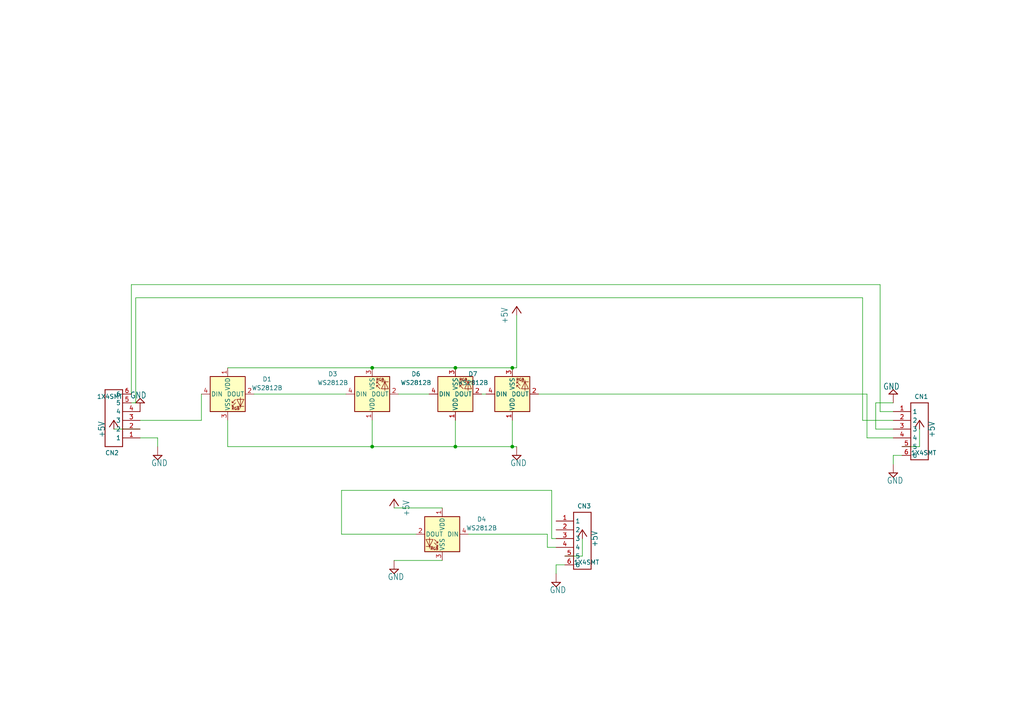
<source format=kicad_sch>
(kicad_sch (version 20211123) (generator eeschema)
  (paper "A4")
  (lib_symbols
    (symbol "1X4SMT_1"
      (property "Reference" "CN" (at 5.08 7.62 0))
      (property "Value" "1X4SMT_1" (at 0 -10.16 0))
      (symbol "1X4SMT_1_1_0"
        (polyline (pts (xy 0 -11.43) (xy 0 5.08)) (stroke (width 0.254)))
        (polyline (pts (xy 0 5.08) (xy 5.08 5.08)) (stroke (width 0.254)))
        (polyline (pts (xy 5.08 -11.43) (xy 0 -11.43)) (stroke (width 0.254)))
        (polyline (pts (xy 5.08 5.08) (xy 5.08 -11.43)) (stroke (width 0.254)))
        (pin bidirectional line (at -5.08 2.54 0) (length 5.08) (name "1") (number "1"))
        (pin bidirectional line (at -5.08 0 0) (length 5.08) (name "2") (number "2"))
        (pin bidirectional line (at -5.08 -2.54 0) (length 5.08) (name "3") (number "3"))
        (pin bidirectional line (at -5.08 -5.08 0) (length 5.08) (name "4") (number "4"))
      )
      (symbol "1X4SMT_1_1_1"
        (pin bidirectional line (at -2.54 -7.62 0) (length 2.54) (name "5") (number "5"))
        (pin bidirectional line (at -2.54 -10.16 0) (length 2.54) (name "6") (number "6"))
      )
    )
    (symbol "Adafruit NeoPixel 8 Stick-eagle-import:+5V" (power)
      (property "Value" "+5V" (at -2.54 -5.08 90))
      (symbol "+5V_1_0"
        (polyline (pts (xy 0 0) (xy -1.27 -1.905)) (stroke (width 0.254)))
        (polyline (pts (xy 1.27 -1.905) (xy 0 0)) (stroke (width 0.254)))
        (pin power_in line (at 0 -2.54 90) (length 2.54) (name "+5V") (number "1"))
      )
    )
    (symbol "Adafruit NeoPixel 8 Stick-eagle-import:1X4SMT"
      (property "Reference" "CN" (at 5.08 7.62 0))
      (property "Value" "1X4SMT" (at 0 -10.16 0))
      (symbol "1X4SMT_1_0"
        (polyline (pts (xy 0 -11.43) (xy 0 5.08)) (stroke (width 0.254)))
        (polyline (pts (xy 0 5.08) (xy 5.08 5.08)) (stroke (width 0.254)))
        (polyline (pts (xy 5.08 -11.43) (xy 0 -11.43)) (stroke (width 0.254)))
        (polyline (pts (xy 5.08 5.08) (xy 5.08 -11.43)) (stroke (width 0.254)))
        (pin bidirectional line (at -5.08 2.54 0) (length 5.08) (name "1") (number "1"))
        (pin bidirectional line (at -5.08 0 0) (length 5.08) (name "2") (number "2"))
        (pin bidirectional line (at -5.08 -2.54 0) (length 5.08) (name "3") (number "3"))
        (pin bidirectional line (at -5.08 -5.08 0) (length 5.08) (name "4") (number "4"))
      )
      (symbol "1X4SMT_1_1"
        (pin bidirectional line (at -2.54 -7.62 0) (length 2.54) (name "5") (number "5"))
        (pin bidirectional line (at -2.54 -10.16 0) (length 2.54) (name "6") (number "6"))
      )
    )
    (symbol "Adafruit NeoPixel 8 Stick-eagle-import:GND" (power)
      (property "Value" "GND" (at -1.905 -3.175 0))
      (symbol "GND_1_0"
        (polyline (pts (xy -1.27 0) (xy 1.27 0)) (stroke (width 0.254)))
        (polyline (pts (xy 0 -1.27) (xy -1.27 0)) (stroke (width 0.254)))
        (polyline (pts (xy 1.27 0) (xy 0 -1.27)) (stroke (width 0.254)))
        (pin power_in line (at 0 2.54 270) (length 2.54) (name "GND") (number "1"))
      )
    )
    (symbol "LED:WS2812B" (pin_names (offset 0.254))
      (property "Reference" "D" (at 5.08 5.715 0))
      (property "Value" "WS2812B" (at 1.27 -5.715 0))
      (symbol "WS2812B_0_0"
        (text "RGB" (at 2.286 -4.191 0) (effects (font (size 0.762 0.762))))
      )
      (symbol "WS2812B_0_1"
        (polyline (pts (xy 1.27 -3.556) (xy 1.778 -3.556)))
        (polyline (pts (xy 1.27 -2.54) (xy 1.778 -2.54)))
        (polyline (pts (xy 4.699 -3.556) (xy 2.667 -3.556)))
        (polyline (pts (xy 2.286 -2.54) (xy 1.27 -3.556) (xy 1.27 -3.048)))
        (polyline (pts (xy 2.286 -1.524) (xy 1.27 -2.54) (xy 1.27 -2.032)))
        (polyline (pts (xy 3.683 -1.016) (xy 3.683 -3.556) (xy 3.683 -4.064)))
        (polyline (pts (xy 4.699 -1.524) (xy 2.667 -1.524) (xy 3.683 -3.556) (xy 4.699 -1.524)))
        (rectangle (start 5.08 5.08) (end -5.08 -5.08) (stroke (width 0.254)) (fill (type background)))
      )
      (symbol "WS2812B_1_1"
        (pin power_in line (at 0 7.62 270) (length 2.54) (name "VDD") (number "1"))
        (pin output line (at 7.62 0 180) (length 2.54) (name "DOUT") (number "2"))
        (pin power_in line (at 0 -7.62 90) (length 2.54) (name "VSS") (number "3"))
        (pin input line (at -7.62 0 0) (length 2.54) (name "DIN") (number "4"))
      )
    )
  )
  (junction (at 148.59 106.68))
  (junction (at 107.95 129.54))
  (junction (at 148.59 129.54))
  (junction (at 132.08 106.68))
  (junction (at 132.08 129.54))
  (junction (at 107.95 106.68))
  (wire (pts (xy 163.83 161.29) (xy 168.91 161.29)))
  (wire (pts (xy 40.64 127) (xy 45.72 127)))
  (wire (pts (xy 45.72 127) (xy 45.72 129.54)))
  (wire (pts (xy 259.08 132.08) (xy 259.08 134.62)))
  (wire (pts (xy 132.08 121.92) (xy 132.08 129.54)))
  (wire (pts (xy 139.7 114.3) (xy 140.97 114.3)))
  (wire (pts (xy 128.27 147.32) (xy 114.3 147.32)))
  (wire (pts (xy 38.1 116.84) (xy 39.37 116.84)))
  (wire (pts (xy 40.64 121.92) (xy 58.42 121.92)))
  (wire (pts (xy 107.95 106.68) (xy 132.08 106.68)))
  (wire (pts (xy 254 116.84) (xy 259.08 116.84)))
  (wire (pts (xy 254 124.46) (xy 254 116.84)))
  (wire (pts (xy 73.66 114.3) (xy 100.33 114.3)))
  (wire (pts (xy 148.59 106.68) (xy 149.86 106.68)))
  (wire (pts (xy 251.46 114.3) (xy 251.46 127)))
  (wire (pts (xy 255.27 82.55) (xy 255.27 119.38)))
  (wire (pts (xy 66.04 106.68) (xy 107.95 106.68)))
  (wire (pts (xy 99.06 154.94) (xy 99.06 142.24)))
  (wire (pts (xy 160.02 156.21) (xy 161.29 156.21)))
  (wire (pts (xy 250.19 86.36) (xy 250.19 121.92)))
  (wire (pts (xy 132.08 106.68) (xy 148.59 106.68)))
  (wire (pts (xy 148.59 129.54) (xy 149.86 129.54)))
  (wire (pts (xy 161.29 163.83) (xy 161.29 166.37)))
  (wire (pts (xy 66.04 121.92) (xy 66.04 129.54)))
  (wire (pts (xy 114.3 162.56) (xy 128.27 162.56)))
  (wire (pts (xy 107.95 129.54) (xy 132.08 129.54)))
  (wire (pts (xy 38.1 82.55) (xy 255.27 82.55)))
  (wire (pts (xy 168.91 161.29) (xy 168.91 156.21)))
  (wire (pts (xy 163.83 163.83) (xy 161.29 163.83)))
  (wire (pts (xy 58.42 121.92) (xy 58.42 114.3)))
  (wire (pts (xy 158.75 158.75) (xy 161.29 158.75)))
  (wire (pts (xy 160.02 142.24) (xy 160.02 156.21)))
  (wire (pts (xy 99.06 154.94) (xy 120.65 154.94)))
  (wire (pts (xy 107.95 121.92) (xy 107.95 129.54)))
  (wire (pts (xy 39.37 86.36) (xy 250.19 86.36)))
  (wire (pts (xy 66.04 129.54) (xy 107.95 129.54)))
  (wire (pts (xy 250.19 121.92) (xy 259.08 121.92)))
  (wire (pts (xy 33.02 124.46) (xy 40.64 124.46)))
  (wire (pts (xy 251.46 127) (xy 259.08 127)))
  (wire (pts (xy 148.59 121.92) (xy 148.59 129.54)))
  (wire (pts (xy 156.21 114.3) (xy 251.46 114.3)))
  (wire (pts (xy 255.27 119.38) (xy 259.08 119.38)))
  (wire (pts (xy 135.89 154.94) (xy 158.75 154.94)))
  (wire (pts (xy 259.08 124.46) (xy 254 124.46)))
  (wire (pts (xy 158.75 154.94) (xy 158.75 158.75)))
  (wire (pts (xy 39.37 116.84) (xy 39.37 86.36)))
  (wire (pts (xy 261.62 132.08) (xy 259.08 132.08)))
  (wire (pts (xy 261.62 129.54) (xy 266.7 129.54)))
  (wire (pts (xy 99.06 142.24) (xy 160.02 142.24)))
  (wire (pts (xy 38.1 114.3) (xy 38.1 82.55)))
  (wire (pts (xy 149.86 91.44) (xy 149.86 106.68)))
  (wire (pts (xy 266.7 129.54) (xy 266.7 124.46)))
  (wire (pts (xy 132.08 129.54) (xy 148.59 129.54)))
  (wire (pts (xy 115.57 114.3) (xy 124.46 114.3)))
  (symbol (lib_id "LED:WS2812B") (at 128.27 154.94 0) (mirror y) (unit 1)
    (property "Reference" "D4" (at 139.7 150.6093 0))
    (property "Value" "WS2812B" (at 139.7 153.1493 0))
    (property "Footprint" "LED_SMD:LED_WS2812B_PLCC4_5.0x5.0mm_P3.2mm" (effects hide))
    (property "Datasheet" "https://cdn-shop.adafruit.com/datasheets/WS2812B.pdf" (effects hide))
  )
  (symbol (lib_name "1X4SMT_1") (lib_id "Adafruit NeoPixel 8 Stick-eagle-import:1X4SMT") (at 166.37 153.67 0) (unit 1)
    (property "Reference" "CN3" (at 171.45 146.05 0) (effects (justify right top)))
    (property "Value" "1X4SMT" (at 166.37 163.83 0) (effects (justify left bottom)))
    (property "Footprint" "Adafruit NeoPixel 8 Stick:1X4-SMT" (effects hide))
  )
  (symbol (lib_id "Adafruit NeoPixel 8 Stick-eagle-import:GND") (at 40.64 116.84 180) (unit 1)
    (property "Reference" "#SUPPLY02" (effects hide))
    (property "Value" "GND" (at 42.545 113.665 0) (effects (font (size 1.778 1.5113)) (justify left bottom)))
    (property "Footprint" "Adafruit NeoPixel 8 Stick:" (effects hide))
  )
  (symbol (lib_id "Adafruit NeoPixel 8 Stick-eagle-import:+5V") (at 33.02 121.92 0) (unit 1)
    (property "Reference" "#P+011" (effects hide))
    (property "Value" "+5V" (at 30.48 127 90) (effects (font (size 1.778 1.5113)) (justify left bottom)))
    (property "Footprint" "Adafruit NeoPixel 8 Stick:" (effects hide))
  )
  (symbol (lib_id "Adafruit NeoPixel 8 Stick-eagle-import:+5V") (at 114.3 144.78 0) (mirror y) (unit 1)
    (property "Reference" "#P+0102" (effects hide))
    (property "Value" "+5V" (at 116.84 149.86 90) (effects (font (size 1.778 1.5113)) (justify left bottom)))
    (property "Footprint" "Adafruit NeoPixel 8 Stick:" (effects hide))
  )
  (symbol (lib_id "LED:WS2812B") (at 107.95 114.3 0) (mirror x) (unit 1)
    (property "Reference" "D3" (at 96.52 108.4705 0))
    (property "Value" "WS2812B" (at 96.52 111.0105 0))
    (property "Footprint" "LED_SMD:LED_WS2812B_PLCC4_5.0x5.0mm_P3.2mm" (effects hide))
    (property "Datasheet" "https://cdn-shop.adafruit.com/datasheets/WS2812B.pdf" (effects hide))
  )
  (symbol (lib_id "LED:WS2812B") (at 148.59 114.3 0) (mirror x) (unit 1)
    (property "Reference" "D7" (at 137.16 108.4705 0))
    (property "Value" "WS2812B" (at 137.16 111.0105 0))
    (property "Footprint" "LED_SMD:LED_WS2812B_PLCC4_5.0x5.0mm_P3.2mm" (effects hide))
    (property "Datasheet" "https://cdn-shop.adafruit.com/datasheets/WS2812B.pdf" (effects hide))
  )
  (symbol (lib_id "Adafruit NeoPixel 8 Stick-eagle-import:GND") (at 45.72 132.08 0) (unit 1)
    (property "Reference" "#SUPPLY07" (effects hide))
    (property "Value" "GND" (at 43.815 135.255 0) (effects (font (size 1.778 1.5113)) (justify left bottom)))
    (property "Footprint" "Adafruit NeoPixel 8 Stick:" (effects hide))
  )
  (symbol (lib_id "Adafruit NeoPixel 8 Stick-eagle-import:1X4SMT") (at 35.56 124.46 180) (unit 1)
    (property "Reference" "CN2" (at 30.48 132.08 0) (effects (justify right top)))
    (property "Value" "1X4SMT" (at 35.56 114.3 0) (effects (justify left bottom)))
    (property "Footprint" "Adafruit NeoPixel 8 Stick:1X4-SMT" (effects hide))
  )
  (symbol (lib_id "Adafruit NeoPixel 8 Stick-eagle-import:GND") (at 114.3 165.1 0) (unit 1)
    (property "Reference" "#SUPPLY0102" (effects hide))
    (property "Value" "GND" (at 112.395 168.275 0) (effects (font (size 1.778 1.5113)) (justify left bottom)))
    (property "Footprint" "Adafruit NeoPixel 8 Stick:" (effects hide))
  )
  (symbol (lib_id "LED:WS2812B") (at 66.04 114.3 0) (unit 1)
    (property "Reference" "D1" (at 77.47 109.9693 0))
    (property "Value" "WS2812B" (at 77.47 112.5093 0))
    (property "Footprint" "LED_SMD:LED_WS2812B_PLCC4_5.0x5.0mm_P3.2mm" (effects hide))
    (property "Datasheet" "https://cdn-shop.adafruit.com/datasheets/WS2812B.pdf" (effects hide))
  )
  (symbol (lib_id "Adafruit NeoPixel 8 Stick-eagle-import:+5V") (at 149.86 88.9 0) (unit 1)
    (property "Reference" "#P+02" (effects hide))
    (property "Value" "+5V" (at 147.32 93.98 90) (effects (font (size 1.778 1.5113)) (justify left bottom)))
    (property "Footprint" "Adafruit NeoPixel 8 Stick:" (effects hide))
  )
  (symbol (lib_name "1X4SMT_1") (lib_id "Adafruit NeoPixel 8 Stick-eagle-import:1X4SMT") (at 264.16 121.92 0) (unit 1)
    (property "Reference" "CN1" (at 269.24 114.3 0) (effects (justify right top)))
    (property "Value" "1X4SMT" (at 264.16 132.08 0) (effects (justify left bottom)))
    (property "Footprint" "Adafruit NeoPixel 8 Stick:1X4-SMT" (effects hide))
  )
  (symbol (lib_id "Adafruit NeoPixel 8 Stick-eagle-import:+5V") (at 266.7 121.92 0) (mirror y) (unit 1)
    (property "Reference" "#P+01" (effects hide))
    (property "Value" "+5V" (at 269.24 127 90) (effects (font (size 1.778 1.5113)) (justify left bottom)))
    (property "Footprint" "Adafruit NeoPixel 8 Stick:" (effects hide))
  )
  (symbol (lib_id "Adafruit NeoPixel 8 Stick-eagle-import:GND") (at 149.86 132.08 0) (unit 1)
    (property "Reference" "#SUPPLY03" (effects hide))
    (property "Value" "GND" (at 147.955 135.255 0) (effects (font (size 1.778 1.5113)) (justify left bottom)))
    (property "Footprint" "Adafruit NeoPixel 8 Stick:" (effects hide))
  )
  (symbol (lib_id "Adafruit NeoPixel 8 Stick-eagle-import:GND") (at 161.29 168.91 0) (unit 1)
    (property "Reference" "#SUPPLY0101" (effects hide))
    (property "Value" "GND" (at 159.385 172.085 0) (effects (font (size 1.778 1.5113)) (justify left bottom)))
    (property "Footprint" "Adafruit NeoPixel 8 Stick:" (effects hide))
  )
  (symbol (lib_id "LED:WS2812B") (at 132.08 114.3 0) (mirror x) (unit 1)
    (property "Reference" "D6" (at 120.65 108.4705 0))
    (property "Value" "WS2812B" (at 120.65 111.0105 0))
    (property "Footprint" "LED_SMD:LED_WS2812B_PLCC4_5.0x5.0mm_P3.2mm" (effects hide))
    (property "Datasheet" "https://cdn-shop.adafruit.com/datasheets/WS2812B.pdf" (effects hide))
  )
  (symbol (lib_id "Adafruit NeoPixel 8 Stick-eagle-import:GND") (at 259.08 137.16 0) (unit 1)
    (property "Reference" "#SUPPLY09" (effects hide))
    (property "Value" "GND" (at 257.175 140.335 0) (effects (font (size 1.778 1.5113)) (justify left bottom)))
    (property "Footprint" "Adafruit NeoPixel 8 Stick:" (effects hide))
  )
  (symbol (lib_id "Adafruit NeoPixel 8 Stick-eagle-import:+5V") (at 168.91 153.67 0) (mirror y) (unit 1)
    (property "Reference" "#P+0101" (effects hide))
    (property "Value" "+5V" (at 171.45 158.75 90) (effects (font (size 1.778 1.5113)) (justify left bottom)))
    (property "Footprint" "Adafruit NeoPixel 8 Stick:" (effects hide))
  )
  (symbol (lib_id "Adafruit NeoPixel 8 Stick-eagle-import:GND") (at 259.08 114.3 180) (unit 1)
    (property "Reference" "#SUPPLY01" (effects hide))
    (property "Value" "GND" (at 260.985 111.125 0) (effects (font (size 1.778 1.5113)) (justify left bottom)))
    (property "Footprint" "Adafruit NeoPixel 8 Stick:" (effects hide))
  )
)
</source>
